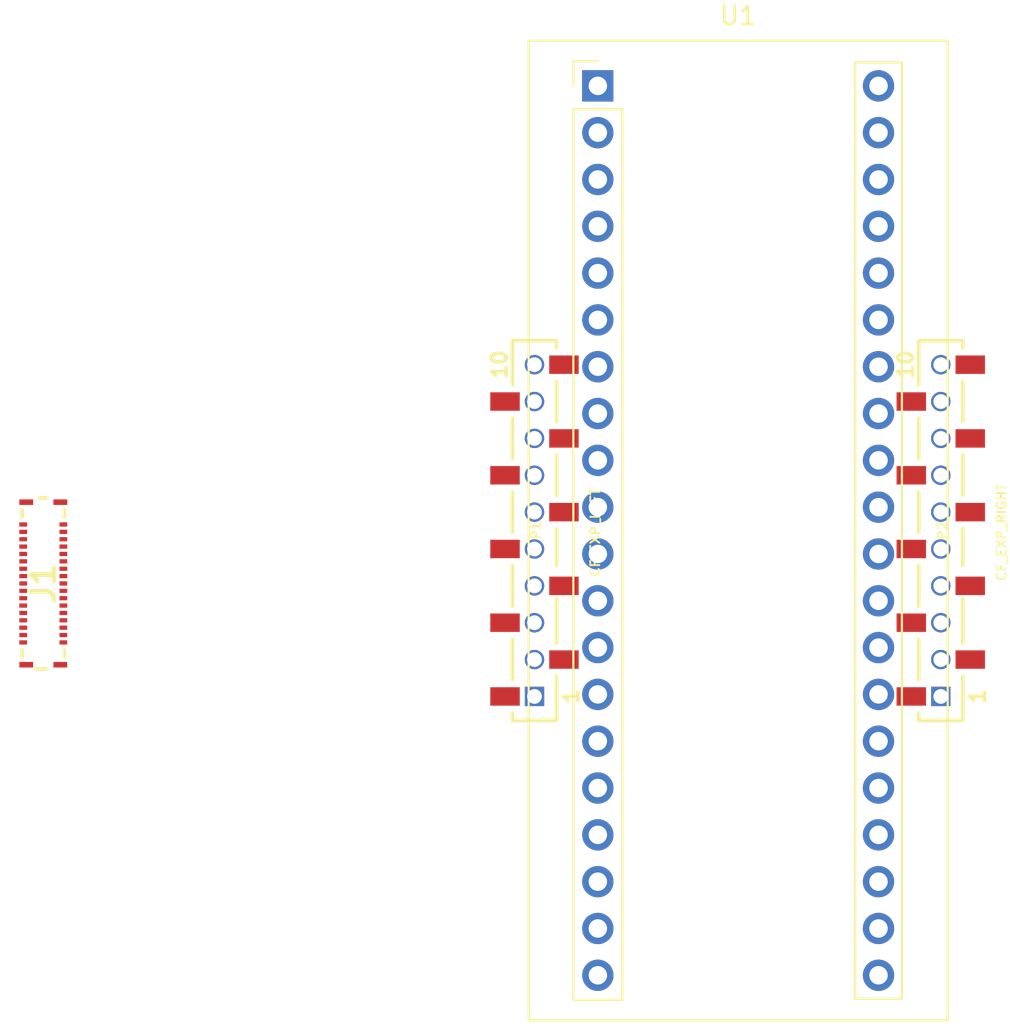
<source format=kicad_pcb>
(kicad_pcb (version 20211014) (generator pcbnew)
  (layers (0 "F.Cu" signal) (31 "B.Cu" signal) (34 "B.Paste" user) (35 "F.Paste" user) (36 "B.SilkS" user "B.Silkscreen") (37 "F.SilkS" user "F.Silkscreen") (38 "B.Mask" user) (39 "F.Mask" user) (44 "Edge.Cuts" user))
  (net 0 "")
  (net 1 "/M3_PWM3")
  (net 2 "/M3_Fault")
  (net 3 "/M3_PWM2")
  (net 4 "GND")
  (net 5 "/M3_PWM1")
  (net 6 "/M2_Fault")
  (net 7 "/M3_Hall2")
  (net 8 "/M2_PWM3")
  (net 9 "/M3_Hall1")
  (net 10 "/M2_PWM2")
  (net 11 "/M2_Hall2")
  (net 12 "/M2_PWM1")
  (net 13 "/M2_Hall1")
  (net 14 "/M1_Fault")
  (net 15 "/M1_Hall2")
  (net 16 "/M1_PWM3")
  (net 17 "/M1_Hall1")
  (net 18 "/M1_PWM2")
  (net 19 "+5V")
  (net 20 "/M1_PWM1")
  (net 21 "Vdrive")
  (net 30 "/SCL")
  (net 31 "/SDA")
  (footprint "DGI_Gimbal:BF090-10-X-B2" (layer "F.Cu") (at 177 100 90)
    (fp_text reference "P2" (at 0 0.1 90) (layer "F.SilkS") (effects (font (size 0.5 0.5) (thickness 0.1))))
    (fp_text value "CF_EXP_RIGHT" (at -0.1 3.3 90) (layer "F.SilkS") (effects (font (size 0.5 0.5) (thickness 0.1))))
    (fp_text user "10" (at 9 -1.9 90) (layer "F.SilkS") (effects (font (size 0.8 0.8) (thickness 0.2))))
    (fp_text user "1" (at -9 2 90) (layer "F.SilkS") (effects (font (size 0.8 0.8) (thickness 0.2))))
    (fp_line (start 1.9 1.2) (end 4.1 1.2) (layer "F.SilkS") (width 0.2))
    (fp_line (start -6.1 1.2) (end -3.7 1.2) (layer "F.SilkS") (width 0.2))
    (fp_line (start 3.9 -1.2) (end 6.1 -1.2) (layer "F.SilkS") (width 0.2))
    (fp_line (start -4.1 -1.2) (end -1.9 -1.2) (layer "F.SilkS") (width 0.2))
    (fp_line (start 5.9 1.2) (end 8.1 1.2) (layer "F.SilkS") (width 0.2))
    (fp_line (start -10.3 1.2) (end -7.9 1.2) (layer "F.SilkS") (width 0.2))
    (fp_line (start -8.1 -1.2) (end -5.9 -1.2) (layer "F.SilkS") (width 0.2))
    (fp_line (start 10.3 1.2) (end 9.9 1.2) (layer "F.SilkS") (width 0.2))
    (fp_line (start -10.3 -1.2) (end -10.3 1.2) (layer "F.SilkS") (width 0.2))
    (fp_line (start 10.3 -1.2) (end 10.3 1.2) (layer "F.SilkS") (width 0.2))
    (fp_line (start -0.1 -1.2) (end 2.1 -1.2) (layer "F.SilkS") (width 0.2))
    (fp_line (start -10.3 -1.2) (end -9.9 -1.2) (layer "F.SilkS") (width 0.2))
    (fp_line (start -1.9 1.2) (end 0.1 1.2) (layer "F.SilkS") (width 0.2))
    (fp_line (start 7.9 -1.2) (end 10.3 -1.2) (layer "F.SilkS") (width 0.2))
    (pad "1" smd circle (at -9 0 90) (size 1.05 1.05) (layers "F.Cu" "F.Mask"))
    (pad "1" thru_hole rect (at -9 0 90) (size 1.05 1.05) (drill 0.8) (layers *.Cu "B.Mask"))
    (pad "1" smd rect (at -9 -1.6 90) (size 1 1.6) (layers "F.Cu" "F.Paste" "F.Mask"))
    (pad "2" thru_hole circle (at -7 0 90) (size 1.05 1.05) (drill 0.8) (layers *.Cu "B.Mask"))
    (pad "2" smd rect (at -7 1.6 90) (size 1 1.6) (layers "F.Cu" "F.Paste" "F.Mask"))
    (pad "2" smd circle (at -7 0 90) (size 1.05 1.05) (layers "F.Cu" "F.Mask"))
    (pad "3" smd rect (at -5 -1.6 90) (size 1 1.6) (layers "F.Cu" "F.Paste" "F.Mask"))
    (pad "3" thru_hole circle (at -5 0 90) (size 1.05 1.05) (drill 0.8) (layers *.Cu "B.Mask"))
    (pad "3" smd circle (at -5 0 90) (size 1.05 1.05) (layers "F.Cu" "F.Mask"))
    (pad "4" smd rect (at -3 1.6 90) (size 1 1.6) (layers "F.Cu" "F.Paste" "F.Mask"))
    (pad "4" thru_hole circle (at -3 0 90) (size 1.05 1.05) (drill 0.8) (layers *.Cu "B.Mask"))
    (pad "4" smd circle (at -3 0 90) (size 1.05 1.05) (layers "F.Cu" "F.Mask"))
    (pad "5" thru_hole circle (at -1 0 90) (size 1.05 1.05) (drill 0.8) (layers *.Cu "B.Mask"))
    (pad "5" smd rect (at -1 -1.6 90) (size 1 1.6) (layers "F.Cu" "F.Paste" "F.Mask"))
    (pad "5" smd circle (at -1 0 90) (size 1.05 1.05) (layers "F.Cu" "F.Mask"))
    (pad "6" smd circle (at 1 0 90) (size 1.05 1.05) (layers "F.Cu" "F.Mask"))
    (pad "6" smd rect (at 1 1.6 90) (size 1 1.6) (layers "F.Cu" "F.Paste" "F.Mask"))
    (pad "6" thru_hole circle (at 1 0 90) (size 1.05 1.05) (drill 0.8) (layers *.Cu "B.Mask"))
    (pad "7" thru_hole circle (at 3 0 90) (size 1.05 1.05) (drill 0.8) (layers *.Cu "B.Mask"))
    (pad "7" smd rect (at 3 -1.6 90) (size 1 1.6) (layers "F.Cu" "F.Paste" "F.Mask"))
    (pad "7" smd circle (at 3 0 90) (size 1.05 1.05) (layers "F.Cu" "F.Mask"))
    (pad "8" smd circle (at 5 0 90) (size 1.05 1.05) (layers "F.Cu" "F.Mask"))
    (pad "8" thru_hole circle (at 5 0 90) (size 1.05 1.05) (drill 0.8) (layers *.Cu "B.Mask"))
    (pad "8" smd rect (at 5 1.6 90) (size 1 1.6) (layers "F.Cu" "F.Paste" "F.Mask"))
    (pad "9" thru_hole circle (at 7 0 90) (size 1.05 1.05) (drill 0.8) (layers *.Cu "B.Mask"))
    (pad "9" smd rect (at 7 -1.6 90) (size 1 1.6) (layers "F.Cu" "F.Paste" "F.Mask"))
    (pad "9" smd circle (at 7 0 90) (size 1.05 1.05) (layers "F.Cu" "F.Mask"))
    (pad "10" smd circle (at 9 0 90) (size 1.05 1.05) (layers "F.Cu" "F.Mask"))
    (pad "10" thru_hole circle (at 9 0 90) (size 1.05 1.05) (drill 0.8) (layers *.Cu "B.Mask"))
    (pad "10" smd rect (at 9 1.6 90) (size 1 1.6) (layers "F.Cu" "F.Paste" "F.Mask"))
  )
  (footprint "DGI_Gimbal:BF090-10-X-B2" (layer "F.Cu") (at 154.94 100 90)
    (fp_text reference "P1" (at 0 0.1 90) (layer "F.SilkS") (effects (font (size 0.5 0.5) (thickness 0.1))))
    (fp_text value "CF_EXP_LEFT" (at -0.1 3.3 90) (layer "F.SilkS") (effects (font (size 0.5 0.5) (thickness 0.1))))
    (fp_text user "10" (at 9 -1.9 90) (layer "F.SilkS") (effects (font (size 0.8 0.8) (thickness 0.2))))
    (fp_text user "1" (at -9 2 90) (layer "F.SilkS") (effects (font (size 0.8 0.8) (thickness 0.2))))
    (fp_line (start -1.9 1.2) (end 0.1 1.2) (layer "F.SilkS") (width 0.2))
    (fp_line (start 1.9 1.2) (end 4.1 1.2) (layer "F.SilkS") (width 0.2))
    (fp_line (start -10.3 -1.2) (end -10.3 1.2) (layer "F.SilkS") (width 0.2))
    (fp_line (start -10.3 -1.2) (end -9.9 -1.2) (layer "F.SilkS") (width 0.2))
    (fp_line (start 10.3 1.2) (end 9.9 1.2) (layer "F.SilkS") (width 0.2))
    (fp_line (start -8.1 -1.2) (end -5.9 -1.2) (layer "F.SilkS") (width 0.2))
    (fp_line (start -0.1 -1.2) (end 2.1 -1.2) (layer "F.SilkS") (width 0.2))
    (fp_line (start -4.1 -1.2) (end -1.9 -1.2) (layer "F.SilkS") (width 0.2))
    (fp_line (start -10.3 1.2) (end -7.9 1.2) (layer "F.SilkS") (width 0.2))
    (fp_line (start 7.9 -1.2) (end 10.3 -1.2) (layer "F.SilkS") (width 0.2))
    (fp_line (start 5.9 1.2) (end 8.1 1.2) (layer "F.SilkS") (width 0.2))
    (fp_line (start 10.3 -1.2) (end 10.3 1.2) (layer "F.SilkS") (width 0.2))
    (fp_line (start -6.1 1.2) (end -3.7 1.2) (layer "F.SilkS") (width 0.2))
    (fp_line (start 3.9 -1.2) (end 6.1 -1.2) (layer "F.SilkS") (width 0.2))
    (pad "1" smd rect (at -9 -1.6 90) (size 1 1.6) (layers "F.Cu" "F.Paste" "F.Mask"))
    (pad "1" smd circle (at -9 0 90) (size 1.05 1.05) (layers "F.Cu" "F.Mask"))
    (pad "1" thru_hole rect (at -9 0 90) (size 1.05 1.05) (drill 0.8) (layers *.Cu "B.Mask"))
    (pad "2" smd rect (at -7 1.6 90) (size 1 1.6) (layers "F.Cu" "F.Paste" "F.Mask"))
    (pad "2" thru_hole circle (at -7 0 90) (size 1.05 1.05) (drill 0.8) (layers *.Cu "B.Mask"))
    (pad "2" smd circle (at -7 0 90) (size 1.05 1.05) (layers "F.Cu" "F.Mask"))
    (pad "3" smd rect (at -5 -1.6 90) (size 1 1.6) (layers "F.Cu" "F.Paste" "F.Mask"))
    (pad "3" thru_hole circle (at -5 0 90) (size 1.05 1.05) (drill 0.8) (layers *.Cu "B.Mask"))
    (pad "3" smd circle (at -5 0 90) (size 1.05 1.05) (layers "F.Cu" "F.Mask"))
    (pad "4" smd circle (at -3 0 90) (size 1.05 1.05) (layers "F.Cu" "F.Mask"))
    (pad "4" thru_hole circle (at -3 0 90) (size 1.05 1.05) (drill 0.8) (layers *.Cu "B.Mask"))
    (pad "4" smd rect (at -3 1.6 90) (size 1 1.6) (layers "F.Cu" "F.Paste" "F.Mask"))
    (pad "5" thru_hole circle (at -1 0 90) (size 1.05 1.05) (drill 0.8) (layers *.Cu "B.Mask"))
    (pad "5" smd circle (at -1 0 90) (size 1.05 1.05) (layers "F.Cu" "F.Mask"))
    (pad "5" smd rect (at -1 -1.6 90) (size 1 1.6) (layers "F.Cu" "F.Paste" "F.Mask"))
    (pad "6" thru_hole circle (at 1 0 90) (size 1.05 1.05) (drill 0.8) (layers *.Cu "B.Mask"))
    (pad "6" smd circle (at 1 0 90) (size 1.05 1.05) (layers "F.Cu" "F.Mask"))
    (pad "6" smd rect (at 1 1.6 90) (size 1 1.6) (layers "F.Cu" "F.Paste" "F.Mask"))
    (pad "7" smd rect (at 3 -1.6 90) (size 1 1.6) (layers "F.Cu" "F.Paste" "F.Mask"))
    (pad "7" thru_hole circle (at 3 0 90) (size 1.05 1.05) (drill 0.8) (layers *.Cu "B.Mask"))
    (pad "7" smd circle (at 3 0 90) (size 1.05 1.05) (layers "F.Cu" "F.Mask"))
    (pad "8" smd circle (at 5 0 90) (size 1.05 1.05) (layers "F.Cu" "F.Mask"))
    (pad "8" smd rect (at 5 1.6 90) (size 1 1.6) (layers "F.Cu" "F.Paste" "F.Mask"))
    (pad "8" thru_hole circle (at 5 0 90) (size 1.05 1.05) (drill 0.8) (layers *.Cu "B.Mask"))
    (pad "9" smd circle (at 7 0 90) (size 1.05 1.05) (layers "F.Cu" "F.Mask"))
    (pad "9" smd rect (at 7 -1.6 90) (size 1 1.6) (layers "F.Cu" "F.Paste" "F.Mask"))
    (pad "9" thru_hole circle (at 7 0 90) (size 1.05 1.05) (drill 0.8) (layers *.Cu "B.Mask"))
    (pad "10" thru_hole circle (at 9 0 90) (size 1.05 1.05) (drill 0.8) (layers *.Cu "B.Mask"))
    (pad "10" smd circle (at 9 0 90) (size 1.05 1.05) (layers "F.Cu" "F.Mask"))
    (pad "10" smd rect (at 9 1.6 90) (size 1 1.6) (layers "F.Cu" "F.Paste" "F.Mask"))
  )
  (footprint "DGI_Gimbal:YAAJ_WeAct_BlackPill_2" (layer "F.Cu") (at 158.38 75.87)
    (fp_text reference "U1" (at 7.62 -3.81) (layer "F.SilkS"))
    (fp_text value "WeAct_BlackPill_Part_Like" hide)
    (fp_line (start -1.33 49.59) (end -1.33 1.27) (layer "F.SilkS") (width 0.12))
    (fp_line (start -3.755 -2.445) (end 18.995 -2.445) (layer "F.SilkS") (width 0.12))
    (fp_line (start 1.33 49.59) (end -1.33 49.59) (layer "F.SilkS") (width 0.12))
    (fp_line (start 18.995 -2.445) (end 18.995 50.705) (layer "F.SilkS") (width 0.12))
    (fp_line (start -1.33 1.27) (end 1.33 1.27) (layer "F.SilkS") (width 0.12))
    (fp_line (start -1.33 -1.33) (end 0 -1.33) (layer "F.SilkS") (width 0.12))
    (fp_line (start 13.97 -1.27) (end 16.51 -1.27) (layer "F.SilkS") (width 0.12))
    (fp_line (start 18.995 50.705) (end -3.755 50.705) (layer "F.SilkS") (width 0.12))
    (fp_line (start -1.33 0) (end -1.33 -1.33) (layer "F.SilkS") (width 0.12))
    (fp_line (start -3.755 50.705) (end -3.755 -2.445) (layer "F.SilkS") (width 0.12))
    (fp_line (start 1.33 1.27) (end 1.33 49.59) (layer "F.SilkS") (width 0.12))
    (fp_line (start 16.51 -1.27) (end 16.51 49.53) (layer "F.SilkS") (width 0.12))
    (fp_line (start 13.97 49.53) (end 13.97 -1.27) (layer "F.SilkS") (width 0.12))
    (fp_line (start 16.51 49.53) (end 13.97 49.53) (layer "F.SilkS") (width 0.12))
    (pad "1" thru_hole rect (at 0 0) (size 1.7 1.7) (drill 1) (layers *.Cu *.Mask) (net 14 "/M1_Fault"))
    (pad "2" thru_hole circle (at 0 2.54) (size 1.7 1.7) (drill 1) (layers *.Cu *.Mask) (net 20 "/M1_PWM1"))
    (pad "3" thru_hole circle (at 0 5.08) (size 1.7 1.7) (drill 1) (layers *.Cu *.Mask) (net 18 "/M1_PWM2"))
    (pad "4" thru_hole circle (at 0 7.62) (size 1.7 1.7) (drill 1) (layers *.Cu *.Mask) (net 16 "/M1_PWM3"))
    (pad "5" thru_hole circle (at 0 10.16) (size 1.7 1.7) (drill 1) (layers *.Cu *.Mask))
    (pad "6" thru_hole circle (at 0 12.7) (size 1.7 1.7) (drill 1) (layers *.Cu *.Mask))
    (pad "7" thru_hole circle (at 0 15.24) (size 1.7 1.7) (drill 1) (layers *.Cu *.Mask))
    (pad "8" thru_hole circle (at 0 17.78) (size 1.7 1.7) (drill 1) (layers *.Cu *.Mask))
    (pad "9" thru_hole circle (at 0 20.32) (size 1.7 1.7) (drill 1) (layers *.Cu *.Mask))
    (pad "10" thru_hole circle (at 0 22.86) (size 1.7 1.7) (drill 1) (layers *.Cu *.Mask))
    (pad "11" thru_hole circle (at 0 25.4) (size 1.7 1.7) (drill 1) (layers *.Cu *.Mask))
    (pad "12" thru_hole circle (at 0 27.94) (size 1.7 1.7) (drill 1) (layers *.Cu *.Mask))
    (pad "13" thru_hole circle (at 0 30.48) (size 1.7 1.7) (drill 1) (layers *.Cu *.Mask) (net 1 "/M3_PWM3"))
    (pad "14" thru_hole circle (at 0 33.02) (size 1.7 1.7) (drill 1) (layers *.Cu *.Mask) (net 30 "/SCL"))
    (pad "15" thru_hole circle (at 0 35.56) (size 1.7 1.7) (drill 1) (layers *.Cu *.Mask) (net 31 "/SDA"))
    (pad "16" thru_hole circle (at 0 38.1) (size 1.7 1.7) (drill 1) (layers *.Cu *.Mask) (net 5 "/M3_PWM1"))
    (pad "17" thru_hole circle (at 0 40.64) (size 1.7 1.7) (drill 1) (layers *.Cu *.Mask) (net 3 "/M3_PWM2"))
    (pad "18" thru_hole circle (at 0 43.18) (size 1.7 1.7) (drill 1) (layers *.Cu *.Mask) (net 19 "+5V"))
    (pad "19" thru_hole circle (at 0 45.72) (size 1.7 1.7) (drill 1) (layers *.Cu *.Mask) (net 4 "GND"))
    (pad "20" thru_hole circle (at 0 48.26) (size 1.7 1.7) (drill 1) (layers *.Cu *.Mask))
    (pad "21" thru_hole circle (at 15.24 48.26) (size 1.7 1.7) (drill 1) (layers *.Cu *.Mask))
    (pad "22" thru_hole circle (at 15.24 45.72) (size 1.7 1.7) (drill 1) (layers *.Cu *.Mask))
    (pad "23" thru_hole circle (at 15.24 43.18) (size 1.7 1.7) (drill 1) (layers *.Cu *.Mask))
    (pad "24" thru_hole circle (at 15.24 40.64) (size 1.7 1.7) (drill 1) (layers *.Cu *.Mask))
    (pad "25" thru_hole circle (at 15.24 38.1) (size 1.7 1.7) (drill 1) (layers *.Cu *.Mask))
    (pad "26" thru_hole circle (at 15.24 35.56) (size 1.7 1.7) (drill 1) (layers *.Cu *.Mask) (net 17 "/M1_Hall1"))
    (pad "27" thru_hole circle (at 15.24 33.02) (size 1.7 1.7) (drill 1) (layers *.Cu *.Mask) (net 15 "/M1_Hall2"))
    (pad "28" thru_hole circle (at 15.24 30.48) (size 1.7 1.7) (drill 1) (layers *.Cu *.Mask) (net 2 "/M3_Fault"))
    (pad "29" thru_hole circle (at 15.24 27.94) (size 1.7 1.7) (drill 1) (layers *.Cu *.Mask) (net 9 "/M3_Hall1"))
    (pad "30" thru_hole circle (at 15.24 25.4) (size 1.7 1.7) (drill 1) (layers *.Cu *.Mask) (net 7 "/M3_Hall2"))
    (pad "31" thru_hole circle (at 15.24 22.86) (size 1.7 1.7) (drill 1) (layers *.Cu *.Mask) (net 12 "/M2_PWM1"))
    (pad "32" thru_hole circle (at 15.24 20.32) (size 1.7 1.7) (drill 1) (layers *.Cu *.Mask) (net 10 "/M2_PWM2"))
    (pad "33" thru_hole circle (at 15.24 17.78) (size 1.7 1.7) (drill 1) (layers *.Cu *.Mask) (net 8 "/M2_PWM3"))
    (pad "34" thru_hole circle (at 15.24 15.24) (size 1.7 1.7) (drill 1) (layers *.Cu *.Mask) (net 13 "/M2_Hall1"))
    (pad "35" thru_hole circle (at 15.24 12.7) (size 1.7 1.7) (drill 1) (layers *.Cu *.Mask) (net 11 "/M2_Hall2"))
    (pad "36" thru_hole circle (at 15.24 10.16) (size 1.7 1.7) (drill 1) (layers *.Cu *.Mask))
    (pad "37" thru_hole circle (at 15.24 7.62) (size 1.7 1.7) (drill 1) (layers *.Cu *.Mask) (net 6 "/M2_Fault"))
    (pad "38" thru_hole circle (at 15.24 5.08) (size 1.7 1.7) (drill 1) (layers *.Cu *.Mask))
    (pad "39" thru_hole circle (at 15.24 2.54) (size 1.7 1.7) (drill 1) (layers *.Cu *.Mask) (net 4 "GND"))
    (pad "40" thru_hole circle (at 15.24 0) (size 1.7 1.7) (drill 1) (layers *.Cu *.Mask) (net 19 "+5V"))
  )
  (footprint "DGI_Gimbal:BM20B0834DS04V53" (layer "F.Cu") (at 128.27 102.87 -90)
    (fp_text reference "J1" (at 0 0 90) (layer "F.SilkS") (effects (font (size 1.27 1.27) (thickness 0.254))))
    (fp_text value "BM20B_0.8_-34DS-0.4V_53_" hide)
    (fp_line (start 3.6 1.15) (end 4 1.15) (layer "F.SilkS") (width 0.2))
    (fp_line (start -4.64 0.2) (end -4.64 -0.2) (layer "F.SilkS") (width 0.2))
    (fp_line (start 3.6 -1.15) (end 4 -1.15) (layer "F.SilkS") (width 0.2))
    (fp_line (start 4.64 0.4) (end 4.64 -0.2) (layer "F.SilkS") (width 0.2))
    (fp_line (start -4 -1.15) (end -3.6 -1.15) (layer "F.SilkS") (width 0.2))
    (fp_line (start -4 1.15) (end -3.6 1.15) (layer "F.SilkS") (width 0.2))
    (pad "1" smd rect (at -3.2 1.09 270) (size 0.23 0.42) (layers "F.Cu" "F.Paste" "F.Mask") (net 1 "/M3_PWM3"))
    (pad "2" smd rect (at -3.2 -1.09 270) (size 0.23 0.42) (layers "F.Cu" "F.Paste" "F.Mask") (net 2 "/M3_Fault"))
    (pad "3" smd rect (at -2.8 1.09 270) (size 0.23 0.42) (layers "F.Cu" "F.Paste" "F.Mask") (net 3 "/M3_PWM2"))
    (pad "4" smd rect (at -2.8 -1.09 270) (size 0.23 0.42) (layers "F.Cu" "F.Paste" "F.Mask") (net 4 "GND"))
    (pad "5" smd rect (at -2.4 1.09 270) (size 0.23 0.42) (layers "F.Cu" "F.Paste" "F.Mask") (net 5 "/M3_PWM1"))
    (pad "6" smd rect (at -2.4 -1.09 270) (size 0.23 0.42) (layers "F.Cu" "F.Paste" "F.Mask") (net 4 "GND"))
    (pad "7" smd rect (at -2 1.09 270) (size 0.23 0.42) (layers "F.Cu" "F.Paste" "F.Mask") (net 6 "/M2_Fault"))
    (pad "8" smd rect (at -2 -1.09 270) (size 0.23 0.42) (layers "F.Cu" "F.Paste" "F.Mask") (net 7 "/M3_Hall2"))
    (pad "9" smd rect (at -1.6 1.09 270) (size 0.23 0.42) (layers "F.Cu" "F.Paste" "F.Mask") (net 8 "/M2_PWM3"))
    (pad "10" smd rect (at -1.6 -1.09 270) (size 0.23 0.42) (layers "F.Cu" "F.Paste" "F.Mask") (net 9 "/M3_Hall1"))
    (pad "11" smd rect (at -1.2 1.09 270) (size 0.23 0.42) (layers "F.Cu" "F.Paste" "F.Mask") (net 10 "/M2_PWM2"))
    (pad "12" smd rect (at -1.2 -1.09 270) (size 0.23 0.42) (layers "F.Cu" "F.Paste" "F.Mask") (net 11 "/M2_Hall2"))
    (pad "13" smd rect (at -0.8 1.09 270) (size 0.23 0.42) (layers "F.Cu" "F.Paste" "F.Mask") (net 12 "/M2_PWM1"))
    (pad "14" smd rect (at -0.8 -1.09 270) (size 0.23 0.42) (layers "F.Cu" "F.Paste" "F.Mask") (net 13 "/M2_Hall1"))
    (pad "15" smd rect (at -0.4 1.09 270) (size 0.23 0.42) (layers "F.Cu" "F.Paste" "F.Mask") (net 14 "/M1_Fault"))
    (pad "16" smd rect (at -0.4 -1.09 270) (size 0.23 0.42) (layers "F.Cu" "F.Paste" "F.Mask") (net 15 "/M1_Hall2"))
    (pad "17" smd rect (at 0 1.09 270) (size 0.23 0.42) (layers "F.Cu" "F.Paste" "F.Mask") (net 16 "/M1_PWM3"))
    (pad "18" smd rect (at 0 -1.09 270) (size 0.23 0.42) (layers "F.Cu" "F.Paste" "F.Mask") (net 17 "/M1_Hall1"))
    (pad "19" smd rect (at 0.4 1.09 270) (size 0.23 0.42) (layers "F.Cu" "F.Paste" "F.Mask") (net 18 "/M1_PWM2"))
    (pad "20" smd rect (at 0.4 -1.09 270) (size 0.23 0.42) (layers "F.Cu" "F.Paste" "F.Mask") (net 19 "+5V"))
    (pad "21" smd rect (at 0.8 1.09 270) (size 0.23 0.42) (layers "F.Cu" "F.Paste" "F.Mask") (net 20 "/M1_PWM1"))
    (pad "22" smd rect (at 0.8 -1.09 270) (size 0.23 0.42) (layers "F.Cu" "F.Paste" "F.Mask") (net 19 "+5V"))
    (pad "23" smd rect (at 1.2 1.09 270) (size 0.23 0.42) (layers "F.Cu" "F.Paste" "F.Mask") (net 4 "GND"))
    (pad "24" smd rect (at 1.2 -1.09 270) (size 0.23 0.42) (layers "F.Cu" "F.Paste" "F.Mask") (net 4 "GND"))
    (pad "25" smd rect (at 1.6 1.09 270) (size 0.23 0.42) (layers "F.Cu" "F.Paste" "F.Mask") (net 21 "Vdrive"))
    (pad "26" smd rect (at 1.6 -1.09 270) (size 0.23 0.42) (layers "F.Cu" "F.Paste" "F.Mask") (net 4 "GND"))
    (pad "27" smd rect (at 2 1.09 270) (size 0.23 0.42) (layers "F.Cu" "F.Paste" "F.Mask") (net 21 "Vdrive"))
    (pad "28" smd rect (at 2 -1.09 270) (size 0.23 0.42) (layers "F.Cu" "F.Paste" "F.Mask") (net 4 "GND"))
    (pad "29" smd rect (at 2.4 1.09 270) (size 0.23 0.42) (layers "F.Cu" "F.Paste" "F.Mask") (net 21 "Vdrive"))
    (pad "30" smd rect (at 2.4 -1.09 270) (size 0.23 0.42) (layers "F.Cu" "F.Paste" "F.Mask") (net 4 "GND"))
    (pad "31" smd rect (at 2.8 1.09 270) (size 0.23 0.42) (layers "F.Cu" "F.Paste" "F.Mask") (net 21 "Vdrive"))
    (pad "32" smd rect (at 2.8 -1.09 270) (size 0.23 0.42) (layers "F.Cu" "F.Paste" "F.Mask") (net 4 "GND"))
    (pad "33" smd rect (at 3.2 1.09 270) (size 0.23 0.42) (layers "F.Cu" "F.Paste" "F.Mask") (net 21 "Vdrive"))
    (pad "34" smd rect (at 3.2 -1.09 270) (size 0.23 0.42) (layers "F.Cu" "F.Paste" "F.Mask") (net 4 "GND"))
    (pad "MP1" smd rect (at -4.41 -0.925 270) (size 0.3 0.75) (layers "F.Cu" "F.Paste" "F.Mask") (net 4 "GND"))
    (pad "MP2" smd rect (at -4.41 0.925 270) (size 0.3 0.75) (layers "F.Cu" "F.Paste" "F.Mask") (net 4 "GND"))
    (pad "MP3" smd rect (at 4.41 0.925 270) (size 0.3 0.75) (layers "F.Cu" "F.Paste" "F.Mask") (net 4 "GND"))
    (pad "MP4" smd rect (at 4.41 -0.925 270) (size 0.3 0.75) (layers "F.Cu" "F.Paste" "F.Mask") (net 4 "GND"))
  )
)
</source>
